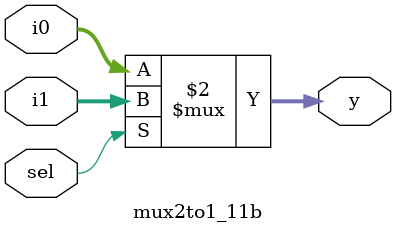
<source format=v>
module mux2to1_11b (i0,
                    i1,
                    sel,
                    y);
    input [10:0] i0, i1;
    input sel;
    output [10:0] y;
    
    assign y = (sel == 1'b1) ? i1 : i0;
    
endmodule
</source>
